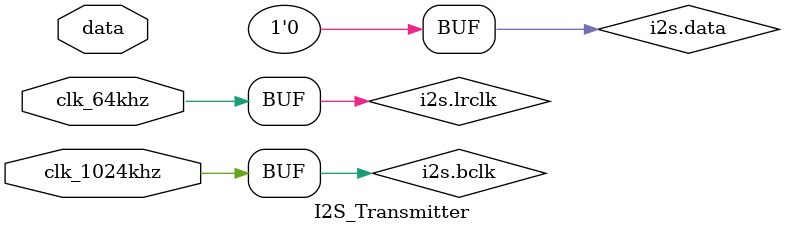
<source format=sv>
module I2S_Transmitter (
    input clk_1024khz,
    input clk_64khz,
    input[15:0] data,

    I2S.Transmitter i2s
);

assign i2s.bclk = clk_1024khz;
assign i2s.lrclk = clk_64khz;
assign i2s.data = 0;
  /*  
logic[3:0] bitIndex = 4'b0;
logic[3:0] nextBit = bitIndex + 1;
//MSB first
always_ff @(posedge clk_1024khz) begin : DataSerializer
    bitIndex <= nextBit;
    case (bitIndex)
        4'b0000: i2s.data <= data[15];
        4'b0001: i2s.data <= data[14];
        4'b0010: i2s.data <= data[13];
        4'b0011: i2s.data <= data[12];
        4'b0100: i2s.data <= data[11];
        4'b0101: i2s.data <= data[10];
        4'b0110: i2s.data <= data[9];
        4'b0111: i2s.data <= data[8];
        4'b1000: i2s.data <= data[7];
        4'b1001: i2s.data <= data[6];
        4'b1010: i2s.data <= data[5];
        4'b1011: i2s.data <= data[4];
        4'b1100: i2s.data <= data[3];
        4'b1101: i2s.data <= data[2];
        4'b1110: i2s.data <= data[1];
        4'b1111: i2s.data <= data[0];
    endcase
end
*/
endmodule
</source>
